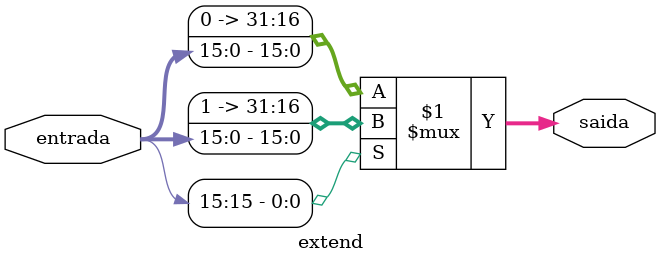
<source format=v>
module extend(
	output [31:0] saida,
	input [15:0] entrada
);   
	
	assign saida = (entrada[15]) ? {16'hFFFF,entrada} : {16'h0,entrada};
	
endmodule

</source>
